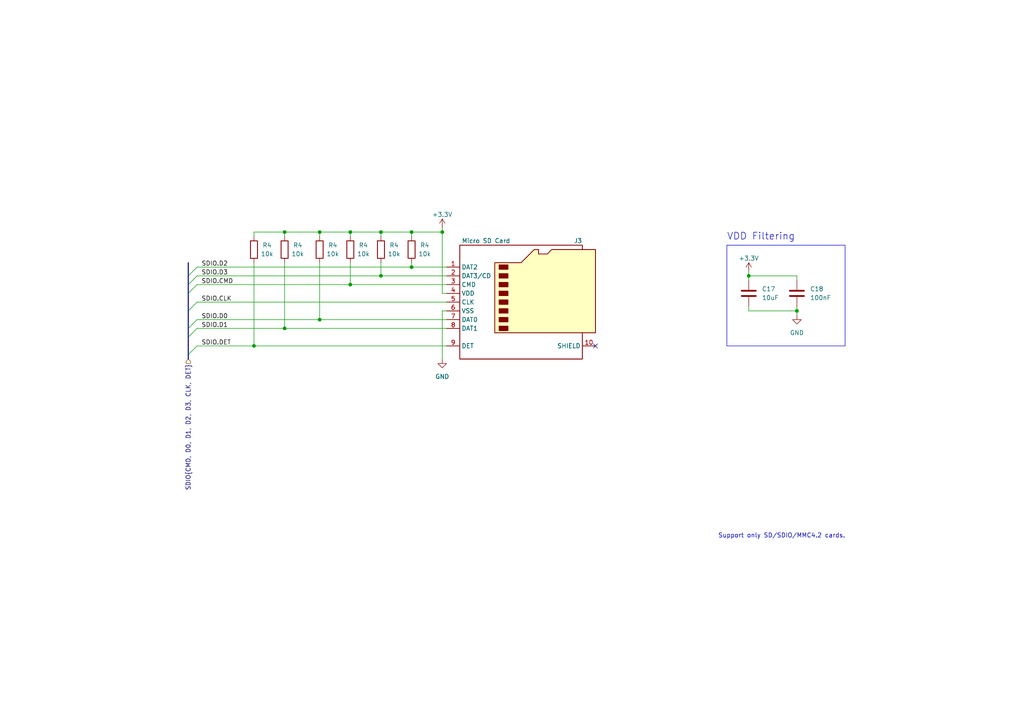
<source format=kicad_sch>
(kicad_sch (version 20230121) (generator eeschema)
  (paper "A4")
  (title_block (title "SDMMC Card Connector") (date "2023-02-16") (rev "2") (company "Artem Korobko"))
  (lib_symbols
    (symbol "Connector:Micro_SD_Card_Det1"
      (property "Reference" "J" (at -16.51 17.78 0))
      (property "Value" "Micro_SD_Card_Det1" (at 16.51 17.78 0))
      (symbol "Micro_SD_Card_Det1_0_1"
        (rectangle (start -7.62 -6.985) (end -5.08 -8.255) (stroke (width 0.254)) (fill (type outline)))
        (rectangle (start -7.62 -4.445) (end -5.08 -5.715) (stroke (width 0.254)) (fill (type outline)))
        (rectangle (start -7.62 -1.905) (end -5.08 -3.175) (stroke (width 0.254)) (fill (type outline)))
        (rectangle (start -7.62 0.635) (end -5.08 -0.635) (stroke (width 0.254)) (fill (type outline)))
        (rectangle (start -7.62 3.175) (end -5.08 1.905) (stroke (width 0.254)) (fill (type outline)))
        (rectangle (start -7.62 5.715) (end -5.08 4.445) (stroke (width 0.254)) (fill (type outline)))
        (rectangle (start -7.62 8.255) (end -5.08 6.985) (stroke (width 0.254)) (fill (type outline)))
        (rectangle (start -7.62 10.795) (end -5.08 9.525) (stroke (width 0.254)) (fill (type outline)))
        (polyline (pts (xy 16.51 15.24) (xy 16.51 16.51) (xy -19.05 16.51) (xy -19.05 -16.51) (xy 16.51 -16.51) (xy 16.51 -8.89)) (stroke (width 0.254)))
        (polyline (pts (xy -8.89 -8.89) (xy -8.89 11.43) (xy -1.27 11.43) (xy 2.54 15.24) (xy 3.81 15.24) (xy 3.81 13.97) (xy 6.35 13.97) (xy 7.62 15.24) (xy 20.32 15.24) (xy 20.32 -8.89) (xy -8.89 -8.89)) (stroke (width 0.254)) (fill (type background)))
      )
      (symbol "Micro_SD_Card_Det1_1_1"
        (pin bidirectional line (at -22.86 10.16 0) (length 3.81) (name "DAT2") (number "1"))
        (pin passive line (at 20.32 -12.7 180) (length 3.81) (name "SHIELD") (number "10"))
        (pin bidirectional line (at -22.86 7.62 0) (length 3.81) (name "DAT3/CD") (number "2"))
        (pin input line (at -22.86 5.08 0) (length 3.81) (name "CMD") (number "3"))
        (pin power_in line (at -22.86 2.54 0) (length 3.81) (name "VDD") (number "4"))
        (pin input line (at -22.86 0 0) (length 3.81) (name "CLK") (number "5"))
        (pin power_in line (at -22.86 -2.54 0) (length 3.81) (name "VSS") (number "6"))
        (pin bidirectional line (at -22.86 -5.08 0) (length 3.81) (name "DAT0") (number "7"))
        (pin bidirectional line (at -22.86 -7.62 0) (length 3.81) (name "DAT1") (number "8"))
        (pin passive line (at -22.86 -12.7 0) (length 3.81) (name "DET") (number "9"))
      )
    )
    (symbol "Device:C" (pin_numbers hide) (pin_names (offset 0.254))
      (property "Reference" "C" (at 0.635 2.54 0))
      (property "Value" "C" (at 0.635 -2.54 0))
      (symbol "C_0_1"
        (polyline (pts (xy -2.032 -0.762) (xy 2.032 -0.762)) (stroke (width 0.508)))
        (polyline (pts (xy -2.032 0.762) (xy 2.032 0.762)) (stroke (width 0.508)))
      )
      (symbol "C_1_1"
        (pin passive line (at 0 3.81 270) (length 2.794) (name "~") (number "1"))
        (pin passive line (at 0 -3.81 90) (length 2.794) (name "~") (number "2"))
      )
    )
    (symbol "Device:R" (pin_numbers hide) (pin_names (offset 0))
      (property "Reference" "R" (at 2.032 0 90))
      (property "Value" "R" (at 0 0 90))
      (symbol "R_0_1"
        (rectangle (start -1.016 -2.54) (end 1.016 2.54) (stroke (width 0.254)))
      )
      (symbol "R_1_1"
        (pin passive line (at 0 3.81 270) (length 1.27) (name "~") (number "1"))
        (pin passive line (at 0 -3.81 90) (length 1.27) (name "~") (number "2"))
      )
    )
    (symbol "power:+3.3V" (power) (pin_names (offset 0))
      (property "Value" "+3.3V" (at 0 3.556 0))
      (symbol "+3.3V_0_1"
        (polyline (pts (xy -0.762 1.27) (xy 0 2.54)))
        (polyline (pts (xy 0 0) (xy 0 2.54)))
        (polyline (pts (xy 0 2.54) (xy 0.762 1.27)))
      )
      (symbol "+3.3V_1_1"
        (pin power_in line (at 0 0 90) (length 0) hide (name "+3.3V") (number "1"))
      )
    )
    (symbol "power:GND" (power) (pin_names (offset 0))
      (property "Value" "GND" (at 0 -3.81 0))
      (symbol "GND_0_1"
        (polyline (pts (xy 0 0) (xy 0 -1.27) (xy 1.27 -1.27) (xy 0 -2.54) (xy -1.27 -1.27) (xy 0 -1.27)))
      )
      (symbol "GND_1_1"
        (pin power_in line (at 0 0 270) (length 0) hide (name "GND") (number "1"))
      )
    )
  )
  (junction (at 92.71 67.31))
  (junction (at 82.55 67.31))
  (junction (at 110.49 67.31))
  (junction (at 92.71 92.71))
  (junction (at 128.27 67.31))
  (junction (at 119.38 77.47))
  (junction (at 110.49 80.01))
  (junction (at 73.66 100.33))
  (junction (at 101.6 82.55))
  (junction (at 119.38 67.31))
  (junction (at 231.14 90.17))
  (junction (at 82.55 95.25))
  (junction (at 101.6 67.31))
  (junction (at 217.17 80.01))
  (no_connect (at 172.72 100.33))
  (bus_entry (at 57.15 80.01) (size -2.54 2.54))
  (bus_entry (at 57.15 100.33) (size -2.54 2.54))
  (bus_entry (at 57.15 92.71) (size -2.54 2.54))
  (bus_entry (at 57.15 77.47) (size -2.54 2.54))
  (bus_entry (at 57.15 82.55) (size -2.54 2.54))
  (bus_entry (at 57.15 95.25) (size -2.54 2.54))
  (bus_entry (at 57.15 87.63) (size -2.54 2.54))
  (wire (pts (xy 57.15 87.63) (xy 129.54 87.63)))
  (wire (pts (xy 82.55 67.31) (xy 82.55 68.58)))
  (wire (pts (xy 73.66 76.2) (xy 73.66 100.33)))
  (wire (pts (xy 101.6 82.55) (xy 129.54 82.55)))
  (wire (pts (xy 128.27 90.17) (xy 129.54 90.17)))
  (wire (pts (xy 231.14 81.28) (xy 231.14 80.01)))
  (wire (pts (xy 101.6 67.31) (xy 101.6 68.58)))
  (wire (pts (xy 73.66 67.31) (xy 73.66 68.58)))
  (wire (pts (xy 73.66 67.31) (xy 82.55 67.31)))
  (wire (pts (xy 73.66 100.33) (xy 129.54 100.33)))
  (wire (pts (xy 110.49 80.01) (xy 129.54 80.01)))
  (wire (pts (xy 110.49 67.31) (xy 119.38 67.31)))
  (bus (pts (xy 54.61 95.25) (xy 54.61 97.79)))
  (wire (pts (xy 82.55 76.2) (xy 82.55 95.25)))
  (wire (pts (xy 217.17 80.01) (xy 231.14 80.01)))
  (wire (pts (xy 231.14 90.17) (xy 231.14 91.44)))
  (wire (pts (xy 92.71 76.2) (xy 92.71 92.71)))
  (wire (pts (xy 110.49 76.2) (xy 110.49 80.01)))
  (bus (pts (xy 54.61 97.79) (xy 54.61 102.87)))
  (bus (pts (xy 54.61 76.2) (xy 54.61 80.01)))
  (wire (pts (xy 57.15 80.01) (xy 110.49 80.01)))
  (wire (pts (xy 57.15 82.55) (xy 101.6 82.55)))
  (wire (pts (xy 128.27 66.04) (xy 128.27 67.31)))
  (wire (pts (xy 119.38 76.2) (xy 119.38 77.47)))
  (wire (pts (xy 128.27 85.09) (xy 129.54 85.09)))
  (wire (pts (xy 217.17 80.01) (xy 217.17 81.28)))
  (wire (pts (xy 231.14 88.9) (xy 231.14 90.17)))
  (wire (pts (xy 82.55 67.31) (xy 92.71 67.31)))
  (wire (pts (xy 92.71 67.31) (xy 101.6 67.31)))
  (wire (pts (xy 92.71 92.71) (xy 129.54 92.71)))
  (bus (pts (xy 54.61 80.01) (xy 54.61 82.55)))
  (wire (pts (xy 101.6 76.2) (xy 101.6 82.55)))
  (wire (pts (xy 57.15 92.71) (xy 92.71 92.71)))
  (wire (pts (xy 119.38 67.31) (xy 119.38 68.58)))
  (bus (pts (xy 54.61 102.87) (xy 54.61 104.14)))
  (wire (pts (xy 119.38 67.31) (xy 128.27 67.31)))
  (wire (pts (xy 110.49 67.31) (xy 110.49 68.58)))
  (wire (pts (xy 119.38 77.47) (xy 129.54 77.47)))
  (wire (pts (xy 217.17 90.17) (xy 231.14 90.17)))
  (wire (pts (xy 57.15 100.33) (xy 73.66 100.33)))
  (wire (pts (xy 92.71 67.31) (xy 92.71 68.58)))
  (bus (pts (xy 54.61 82.55) (xy 54.61 85.09)))
  (bus (pts (xy 54.61 85.09) (xy 54.61 90.17)))
  (wire (pts (xy 82.55 95.25) (xy 129.54 95.25)))
  (bus (pts (xy 54.61 90.17) (xy 54.61 95.25)))
  (wire (pts (xy 217.17 78.74) (xy 217.17 80.01)))
  (wire (pts (xy 128.27 90.17) (xy 128.27 104.14)))
  (wire (pts (xy 57.15 95.25) (xy 82.55 95.25)))
  (wire (pts (xy 57.15 77.47) (xy 119.38 77.47)))
  (wire (pts (xy 128.27 67.31) (xy 128.27 85.09)))
  (wire (pts (xy 217.17 88.9) (xy 217.17 90.17)))
  (wire (pts (xy 101.6 67.31) (xy 110.49 67.31)))
  (rectangle (start 210.82 71.12) (end 245.11 100.33))
  (text "Support only SD/SDIO/MMC4.2 cards." (at 208.28 156.21 0) (effects (font (size 1.27 1.27)) (justify left bottom)))
  (text "VDD Filtering" (at 210.82 69.85 0) (effects (font (size 2 2)) (justify left bottom)))
  (label "SDIO.CMD" (at 58.42 82.55 0))
  (label "SDIO.D0" (at 58.42 92.71 0))
  (label "SDIO.D3" (at 58.42 80.01 0))
  (label "SDIO.DET" (at 58.42 100.33 0))
  (label "SDIO.CLK" (at 58.42 87.63 0))
  (label "SDIO.D1" (at 58.42 95.25 0))
  (label "SDIO.D2" (at 58.42 77.47 0))
  (hierarchical_label "SDIO{CMD, D0, D1, D2, D3, CLK, DET}" (shape input) (at 54.61 104.14 270))
  (symbol (lib_id "Device:R") (at 92.71 72.39 180) (unit 1)
    (property "Reference" "R4" (at 96.52 71.12 0))
    (property "Value" "10k" (at 96.52 73.66 0))
    (property "Footprint" "Resistor_SMD:R_0603_1608Metric" (effects hide))
    (instances (project "schematics" (path "" (reference "R4") (unit 1)) (path "" (reference "R9") (unit 1)) (path "" (reference "R9") (unit 1))))
  )
  (symbol (lib_id "Device:R") (at 82.55 72.39 180) (unit 1)
    (property "Reference" "R4" (at 86.36 71.12 0))
    (property "Value" "10k" (at 86.36 73.66 0))
    (property "Footprint" "Resistor_SMD:R_0603_1608Metric" (effects hide))
    (instances (project "schematics" (path "" (reference "R4") (unit 1)) (path "" (reference "R9") (unit 1)) (path "" (reference "R8") (unit 1))))
  )
  (symbol (lib_id "power:GND") (at 231.14 91.44 0) (unit 1)
    (property "Reference" "#PWR019" (effects hide))
    (property "Value" "GND" (at 231.14 96.52 0))
    (instances (project "schematics" (path "" (reference "#PWR019") (unit 1)) (path "" (reference "#PWR025") (unit 1)) (path "" (reference "#PWR016") (unit 1))))
  )
  (symbol (lib_id "power:+3.3V") (at 217.17 78.74 0) (unit 1)
    (property "Reference" "#PWR018" (effects hide))
    (property "Value" "+3.3V" (at 217.17 74.93 0))
    (instances (project "schematics" (path "" (reference "#PWR018") (unit 1)) (path "" (reference "#PWR022") (unit 1)) (path "" (reference "#PWR015") (unit 1))))
  )
  (symbol (lib_id "Device:R") (at 110.49 72.39 180) (unit 1)
    (property "Reference" "R4" (at 114.3 71.12 0))
    (property "Value" "10k" (at 114.3 73.66 0))
    (property "Footprint" "Resistor_SMD:R_0603_1608Metric" (effects hide))
    (instances (project "schematics" (path "" (reference "R4") (unit 1)) (path "" (reference "R9") (unit 1)) (path "" (reference "R11") (unit 1))))
  )
  (symbol (lib_id "Device:C") (at 217.17 85.09 0) (unit 1)
    (property "Reference" "C17" (at 220.98 83.82 0) (effects (justify left)))
    (property "Value" "10uF" (at 220.98 86.36 0) (effects (justify left)))
    (property "Footprint" "Capacitor_SMD:C_0603_1608Metric" (effects hide))
    (instances (project "schematics" (path "" (reference "C17") (unit 1)) (path "" (reference "C16") (unit 1))))
  )
  (symbol (lib_id "Device:R") (at 119.38 72.39 180) (unit 1)
    (property "Reference" "R4" (at 123.19 71.12 0))
    (property "Value" "10k" (at 123.19 73.66 0))
    (property "Footprint" "Resistor_SMD:R_0603_1608Metric" (effects hide))
    (instances (project "schematics" (path "" (reference "R4") (unit 1)) (path "" (reference "R9") (unit 1)) (path "" (reference "R12") (unit 1))))
  )
  (symbol (lib_id "Device:R") (at 101.6 72.39 180) (unit 1)
    (property "Reference" "R4" (at 105.41 71.12 0))
    (property "Value" "10k" (at 105.41 73.66 0))
    (property "Footprint" "Resistor_SMD:R_0603_1608Metric" (effects hide))
    (instances (project "schematics" (path "" (reference "R4") (unit 1)) (path "" (reference "R9") (unit 1)) (path "" (reference "R10") (unit 1))))
  )
  (symbol (lib_id "Connector:Micro_SD_Card_Det1") (at 152.4 87.63 0) (unit 1)
    (property "Reference" "J3" (at 167.64 69.85 0))
    (property "Value" "Micro SD Card" (at 140.97 69.85 0))
    (property "Footprint" "footprinnts:Micro_SD_Card_Det1" (effects hide))
    (property "Datasheet" "https://datasheet.lcsc.com/lcsc/2110151630_XKB-Connectivity-XKTF-015-N_C381082.pdf" (effects hide))
    (property "Connection" "https://www.st.com/resource/en/schematic_pack/stm32429i-eval_sch.zip" (effects hide))
  )
  (symbol (lib_id "power:+3.3V") (at 128.27 66.04 0) (unit 1)
    (property "Reference" "#PWR018" (effects hide))
    (property "Value" "+3.3V" (at 128.27 62.23 0))
    (instances (project "schematics" (path "" (reference "#PWR018") (unit 1)) (path "" (reference "#PWR022") (unit 1)) (path "" (reference "#PWR013") (unit 1))))
  )
  (symbol (lib_id "Device:R") (at 73.66 72.39 180) (unit 1)
    (property "Reference" "R4" (at 77.47 71.12 0))
    (property "Value" "10k" (at 77.47 73.66 0))
    (property "Footprint" "Resistor_SMD:R_0603_1608Metric" (effects hide))
    (instances (project "schematics" (path "" (reference "R4") (unit 1)) (path "" (reference "R9") (unit 1)) (path "" (reference "R7") (unit 1))))
  )
  (symbol (lib_id "power:GND") (at 128.27 104.14 0) (unit 1)
    (property "Reference" "#PWR019" (effects hide))
    (property "Value" "GND" (at 128.27 109.22 0))
    (instances (project "schematics" (path "" (reference "#PWR019") (unit 1)) (path "" (reference "#PWR018") (unit 1)) (path "" (reference "#PWR014") (unit 1))))
  )
  (symbol (lib_id "Device:C") (at 231.14 85.09 0) (unit 1)
    (property "Reference" "C18" (at 234.95 83.82 0) (effects (justify left)))
    (property "Value" "100nF" (at 234.95 86.36 0) (effects (justify left)))
    (property "Footprint" "Capacitor_SMD:C_0603_1608Metric" (effects hide))
    (instances (project "schematics" (path "" (reference "C18") (unit 1)) (path "" (reference "C17") (unit 1))))
  )
)
</source>
